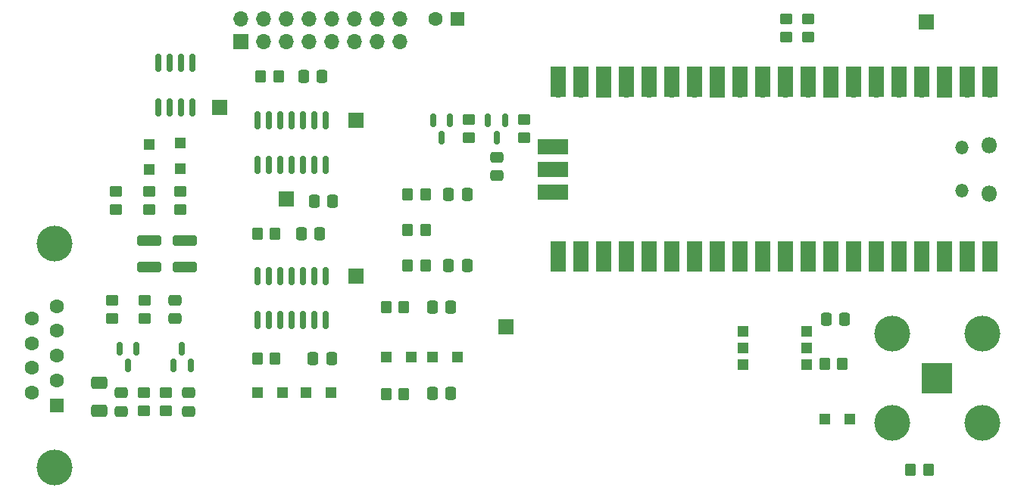
<source format=gbr>
%TF.GenerationSoftware,KiCad,Pcbnew,(6.0.7-1)-1*%
%TF.CreationDate,2022-11-01T15:55:19+01:00*%
%TF.ProjectId,ProbeBoardPublic,50726f62-6542-46f6-9172-645075626c69,Public 1.0*%
%TF.SameCoordinates,Original*%
%TF.FileFunction,Soldermask,Top*%
%TF.FilePolarity,Negative*%
%FSLAX46Y46*%
G04 Gerber Fmt 4.6, Leading zero omitted, Abs format (unit mm)*
G04 Created by KiCad (PCBNEW (6.0.7-1)-1) date 2022-11-01 15:55:19*
%MOMM*%
%LPD*%
G01*
G04 APERTURE LIST*
G04 Aperture macros list*
%AMRoundRect*
0 Rectangle with rounded corners*
0 $1 Rounding radius*
0 $2 $3 $4 $5 $6 $7 $8 $9 X,Y pos of 4 corners*
0 Add a 4 corners polygon primitive as box body*
4,1,4,$2,$3,$4,$5,$6,$7,$8,$9,$2,$3,0*
0 Add four circle primitives for the rounded corners*
1,1,$1+$1,$2,$3*
1,1,$1+$1,$4,$5*
1,1,$1+$1,$6,$7*
1,1,$1+$1,$8,$9*
0 Add four rect primitives between the rounded corners*
20,1,$1+$1,$2,$3,$4,$5,0*
20,1,$1+$1,$4,$5,$6,$7,0*
20,1,$1+$1,$6,$7,$8,$9,0*
20,1,$1+$1,$8,$9,$2,$3,0*%
G04 Aperture macros list end*
%ADD10RoundRect,0.250000X0.337500X0.475000X-0.337500X0.475000X-0.337500X-0.475000X0.337500X-0.475000X0*%
%ADD11R,1.700000X1.700000*%
%ADD12O,1.700000X1.700000*%
%ADD13RoundRect,0.150000X0.150000X-0.825000X0.150000X0.825000X-0.150000X0.825000X-0.150000X-0.825000X0*%
%ADD14RoundRect,0.250000X-0.350000X-0.450000X0.350000X-0.450000X0.350000X0.450000X-0.350000X0.450000X0*%
%ADD15RoundRect,0.150000X-0.150000X0.587500X-0.150000X-0.587500X0.150000X-0.587500X0.150000X0.587500X0*%
%ADD16O,1.500000X1.500000*%
%ADD17O,1.800000X1.800000*%
%ADD18R,1.700000X3.500000*%
%ADD19R,3.500000X1.700000*%
%ADD20RoundRect,0.250000X0.450000X-0.350000X0.450000X0.350000X-0.450000X0.350000X-0.450000X-0.350000X0*%
%ADD21RoundRect,0.250000X0.350000X0.450000X-0.350000X0.450000X-0.350000X-0.450000X0.350000X-0.450000X0*%
%ADD22RoundRect,0.250000X-0.337500X-0.475000X0.337500X-0.475000X0.337500X0.475000X-0.337500X0.475000X0*%
%ADD23RoundRect,0.250000X-0.450000X0.350000X-0.450000X-0.350000X0.450000X-0.350000X0.450000X0.350000X0*%
%ADD24RoundRect,0.150000X0.150000X-0.587500X0.150000X0.587500X-0.150000X0.587500X-0.150000X-0.587500X0*%
%ADD25R,1.270000X1.270000*%
%ADD26RoundRect,0.250000X-0.475000X0.337500X-0.475000X-0.337500X0.475000X-0.337500X0.475000X0.337500X0*%
%ADD27R,1.200000X1.200000*%
%ADD28RoundRect,0.250000X-1.100000X0.325000X-1.100000X-0.325000X1.100000X-0.325000X1.100000X0.325000X0*%
%ADD29RoundRect,0.250000X0.475000X-0.337500X0.475000X0.337500X-0.475000X0.337500X-0.475000X-0.337500X0*%
%ADD30C,4.000000*%
%ADD31R,1.600000X1.600000*%
%ADD32C,1.600000*%
%ADD33R,3.500000X3.500000*%
%ADD34RoundRect,0.250000X0.650000X-0.412500X0.650000X0.412500X-0.650000X0.412500X-0.650000X-0.412500X0*%
G04 APERTURE END LIST*
D10*
%TO.C,C60*%
X151637500Y-102800000D03*
X149562500Y-102800000D03*
%TD*%
D11*
%TO.C,J2*%
X126350000Y-77740000D03*
D12*
X126350000Y-75200000D03*
X128890000Y-77740000D03*
X128890000Y-75200000D03*
X131430000Y-77740000D03*
X131430000Y-75200000D03*
X133970000Y-77740000D03*
X133970000Y-75200000D03*
X136510000Y-77740000D03*
X136510000Y-75200000D03*
X139050000Y-77740000D03*
X139050000Y-75200000D03*
X141590000Y-77740000D03*
X141590000Y-75200000D03*
X144130000Y-77740000D03*
X144130000Y-75200000D03*
%TD*%
D11*
%TO.C,TP6*%
X139250000Y-104000000D03*
%TD*%
D13*
%TO.C,U2*%
X128190000Y-91475000D03*
X129460000Y-91475000D03*
X130730000Y-91475000D03*
X132000000Y-91475000D03*
X133270000Y-91475000D03*
X134540000Y-91475000D03*
X135810000Y-91475000D03*
X135810000Y-86525000D03*
X134540000Y-86525000D03*
X133270000Y-86525000D03*
X132000000Y-86525000D03*
X130730000Y-86525000D03*
X129460000Y-86525000D03*
X128190000Y-86525000D03*
%TD*%
D14*
%TO.C,R27*%
X145000000Y-94800000D03*
X147000000Y-94800000D03*
%TD*%
D15*
%TO.C,Q1*%
X155883332Y-86562500D03*
X153983332Y-86562500D03*
X154933332Y-88437500D03*
%TD*%
D10*
%TO.C,C55*%
X149837500Y-107400000D03*
X147762500Y-107400000D03*
%TD*%
D16*
%TO.C,U5*%
X206970000Y-94425000D03*
X206970000Y-89575000D03*
D17*
X210000000Y-94725000D03*
X210000000Y-89275000D03*
D18*
X210130000Y-82210000D03*
D12*
X210130000Y-83110000D03*
D18*
X207590000Y-82210000D03*
D12*
X207590000Y-83110000D03*
D18*
X205050000Y-82210000D03*
D11*
X205050000Y-83110000D03*
D12*
X202510000Y-83110000D03*
D18*
X202510000Y-82210000D03*
D12*
X199970000Y-83110000D03*
D18*
X199970000Y-82210000D03*
X197430000Y-82210000D03*
D12*
X197430000Y-83110000D03*
X194890000Y-83110000D03*
D18*
X194890000Y-82210000D03*
D11*
X192350000Y-83110000D03*
D18*
X192350000Y-82210000D03*
X189810000Y-82210000D03*
D12*
X189810000Y-83110000D03*
X187270000Y-83110000D03*
D18*
X187270000Y-82210000D03*
D12*
X184730000Y-83110000D03*
D18*
X184730000Y-82210000D03*
X182190000Y-82210000D03*
D12*
X182190000Y-83110000D03*
D18*
X179650000Y-82210000D03*
D11*
X179650000Y-83110000D03*
D18*
X177110000Y-82210000D03*
D12*
X177110000Y-83110000D03*
D18*
X174570000Y-82210000D03*
D12*
X174570000Y-83110000D03*
D18*
X172030000Y-82210000D03*
D12*
X172030000Y-83110000D03*
X169490000Y-83110000D03*
D18*
X169490000Y-82210000D03*
X166950000Y-82210000D03*
D11*
X166950000Y-83110000D03*
D18*
X164410000Y-82210000D03*
D12*
X164410000Y-83110000D03*
D18*
X161870000Y-82210000D03*
D12*
X161870000Y-83110000D03*
D18*
X161870000Y-101790000D03*
D12*
X161870000Y-100890000D03*
X164410000Y-100890000D03*
D18*
X164410000Y-101790000D03*
D11*
X166950000Y-100890000D03*
D18*
X166950000Y-101790000D03*
D12*
X169490000Y-100890000D03*
D18*
X169490000Y-101790000D03*
D12*
X172030000Y-100890000D03*
D18*
X172030000Y-101790000D03*
D12*
X174570000Y-100890000D03*
D18*
X174570000Y-101790000D03*
X177110000Y-101790000D03*
D12*
X177110000Y-100890000D03*
D18*
X179650000Y-101790000D03*
D11*
X179650000Y-100890000D03*
D18*
X182190000Y-101790000D03*
D12*
X182190000Y-100890000D03*
D18*
X184730000Y-101790000D03*
D12*
X184730000Y-100890000D03*
X187270000Y-100890000D03*
D18*
X187270000Y-101790000D03*
D12*
X189810000Y-100890000D03*
D18*
X189810000Y-101790000D03*
D11*
X192350000Y-100890000D03*
D18*
X192350000Y-101790000D03*
D12*
X194890000Y-100890000D03*
D18*
X194890000Y-101790000D03*
X197430000Y-101790000D03*
D12*
X197430000Y-100890000D03*
X199970000Y-100890000D03*
D18*
X199970000Y-101790000D03*
D12*
X202510000Y-100890000D03*
D18*
X202510000Y-101790000D03*
D11*
X205050000Y-100890000D03*
D18*
X205050000Y-101790000D03*
X207590000Y-101790000D03*
D12*
X207590000Y-100890000D03*
X210130000Y-100890000D03*
D18*
X210130000Y-101790000D03*
D19*
X161200000Y-89460000D03*
D12*
X162100000Y-89460000D03*
D19*
X161200000Y-92000000D03*
D11*
X162100000Y-92000000D03*
D19*
X161200000Y-94540000D03*
D12*
X162100000Y-94540000D03*
%TD*%
D20*
%TO.C,R22*%
X112400000Y-96500000D03*
X112400000Y-94500000D03*
%TD*%
D21*
%TO.C,R38*%
X144600000Y-107400000D03*
X142600000Y-107400000D03*
%TD*%
D22*
%TO.C,C71*%
X191762500Y-108800000D03*
X193837500Y-108800000D03*
%TD*%
%TO.C,C58*%
X133362500Y-81600000D03*
X135437500Y-81600000D03*
%TD*%
D15*
%TO.C,Q2*%
X149750000Y-86562500D03*
X147850000Y-86562500D03*
X148800000Y-88437500D03*
%TD*%
D23*
%TO.C,R5*%
X118000000Y-117032500D03*
X118000000Y-119032500D03*
%TD*%
D21*
%TO.C,R39*%
X130200000Y-113200000D03*
X128200000Y-113200000D03*
%TD*%
D24*
%TO.C,Q4*%
X118830000Y-113937500D03*
X120730000Y-113937500D03*
X119780000Y-112062500D03*
%TD*%
D25*
%TO.C,TR2*%
X182505000Y-110145000D03*
X182505000Y-112000000D03*
X182505000Y-113855000D03*
X189615000Y-113855000D03*
X189615000Y-112000000D03*
X189615000Y-110145000D03*
%TD*%
D26*
%TO.C,C1*%
X120500000Y-117025000D03*
X120500000Y-119100000D03*
%TD*%
D22*
%TO.C,C59*%
X133125000Y-99200000D03*
X135200000Y-99200000D03*
%TD*%
D23*
%TO.C,R10*%
X151866666Y-86430000D03*
X151866666Y-88430000D03*
%TD*%
D27*
%TO.C,CR3*%
X116100000Y-92000000D03*
X116100000Y-89200000D03*
%TD*%
%TO.C,CR5*%
X142645000Y-113050000D03*
X145445000Y-113050000D03*
%TD*%
D10*
%TO.C,C61*%
X136637500Y-95600000D03*
X134562500Y-95600000D03*
%TD*%
D21*
%TO.C,R56*%
X193600000Y-113800000D03*
X191600000Y-113800000D03*
%TD*%
D15*
%TO.C,Q5*%
X114670000Y-112062500D03*
X112770000Y-112062500D03*
X113720000Y-113937500D03*
%TD*%
D14*
%TO.C,R28*%
X145000000Y-98800000D03*
X147000000Y-98800000D03*
%TD*%
D26*
%TO.C,C2*%
X113000000Y-117025000D03*
X113000000Y-119100000D03*
%TD*%
D21*
%TO.C,R30*%
X130600000Y-81600000D03*
X128600000Y-81600000D03*
%TD*%
D11*
%TO.C,TP2*%
X203000000Y-75500000D03*
%TD*%
D23*
%TO.C,R1*%
X189735832Y-75170000D03*
X189735832Y-77170000D03*
%TD*%
D28*
%TO.C,C52*%
X120070000Y-100025000D03*
X120070000Y-102975000D03*
%TD*%
D23*
%TO.C,R24*%
X115600000Y-106700000D03*
X115600000Y-108700000D03*
%TD*%
D20*
%TO.C,R25*%
X116070000Y-96500000D03*
X116070000Y-94500000D03*
%TD*%
D23*
%TO.C,R2*%
X187301666Y-75170000D03*
X187301666Y-77170000D03*
%TD*%
D10*
%TO.C,C62*%
X136475000Y-113170000D03*
X134400000Y-113170000D03*
%TD*%
D27*
%TO.C,CR7*%
X128200000Y-117000000D03*
X131000000Y-117000000D03*
%TD*%
D13*
%TO.C,U3*%
X128190000Y-108875000D03*
X129460000Y-108875000D03*
X130730000Y-108875000D03*
X132000000Y-108875000D03*
X133270000Y-108875000D03*
X134540000Y-108875000D03*
X135810000Y-108875000D03*
X135810000Y-103925000D03*
X134540000Y-103925000D03*
X133270000Y-103925000D03*
X132000000Y-103925000D03*
X130730000Y-103925000D03*
X129460000Y-103925000D03*
X128190000Y-103925000D03*
%TD*%
D27*
%TO.C,D1*%
X194400000Y-120000000D03*
X191600000Y-120000000D03*
%TD*%
D29*
%TO.C,C7*%
X155000000Y-92737500D03*
X155000000Y-90662500D03*
%TD*%
D14*
%TO.C,R52*%
X201200000Y-125600000D03*
X203200000Y-125600000D03*
%TD*%
D11*
%TO.C,TP8*%
X156000000Y-109600000D03*
%TD*%
D10*
%TO.C,C53*%
X151637500Y-94800000D03*
X149562500Y-94800000D03*
%TD*%
D27*
%TO.C,CR13*%
X133600000Y-117000000D03*
X136400000Y-117000000D03*
%TD*%
%TO.C,CR4*%
X119600000Y-89100000D03*
X119600000Y-91900000D03*
%TD*%
D30*
%TO.C,J1*%
X105500000Y-100360000D03*
X105500000Y-125360000D03*
D31*
X105800000Y-118400000D03*
D32*
X105800000Y-115630000D03*
X105800000Y-112860000D03*
X105800000Y-110090000D03*
X105800000Y-107320000D03*
X102960000Y-117015000D03*
X102960000Y-114245000D03*
X102960000Y-111475000D03*
X102960000Y-108705000D03*
%TD*%
D11*
%TO.C,TP1*%
X131400000Y-95300000D03*
%TD*%
D27*
%TO.C,CR6*%
X147770000Y-113050000D03*
X150570000Y-113050000D03*
%TD*%
D14*
%TO.C,R29*%
X145000000Y-102800000D03*
X147000000Y-102800000D03*
%TD*%
D13*
%TO.C,U1*%
X117095000Y-85075000D03*
X118365000Y-85075000D03*
X119635000Y-85075000D03*
X120905000Y-85075000D03*
X120905000Y-80125000D03*
X119635000Y-80125000D03*
X118365000Y-80125000D03*
X117095000Y-80125000D03*
%TD*%
D10*
%TO.C,C56*%
X149837500Y-117120000D03*
X147762500Y-117120000D03*
%TD*%
D29*
%TO.C,C54*%
X119000000Y-108737500D03*
X119000000Y-106662500D03*
%TD*%
D20*
%TO.C,R23*%
X112000000Y-108700000D03*
X112000000Y-106700000D03*
%TD*%
D28*
%TO.C,C51*%
X116070000Y-100025000D03*
X116070000Y-102975000D03*
%TD*%
D20*
%TO.C,R11*%
X158000000Y-88430000D03*
X158000000Y-86430000D03*
%TD*%
D33*
%TO.C,J10*%
X204200000Y-115400000D03*
D30*
X209225000Y-120425000D03*
X199175000Y-110375000D03*
X199175000Y-120425000D03*
X209225000Y-110375000D03*
%TD*%
D21*
%TO.C,R41*%
X144600000Y-117150000D03*
X142600000Y-117150000D03*
%TD*%
D34*
%TO.C,F1*%
X110500000Y-119062500D03*
X110500000Y-115937500D03*
%TD*%
D23*
%TO.C,R6*%
X115500000Y-117032500D03*
X115500000Y-119032500D03*
%TD*%
D11*
%TO.C,TP5*%
X139250000Y-86500000D03*
%TD*%
%TO.C,TP4*%
X124000000Y-85100000D03*
%TD*%
D31*
%TO.C,C3*%
X150605112Y-75200000D03*
D32*
X148105112Y-75200000D03*
%TD*%
D20*
%TO.C,R26*%
X119570000Y-96500000D03*
X119570000Y-94500000D03*
%TD*%
D21*
%TO.C,R31*%
X130200000Y-99200000D03*
X128200000Y-99200000D03*
%TD*%
M02*

</source>
